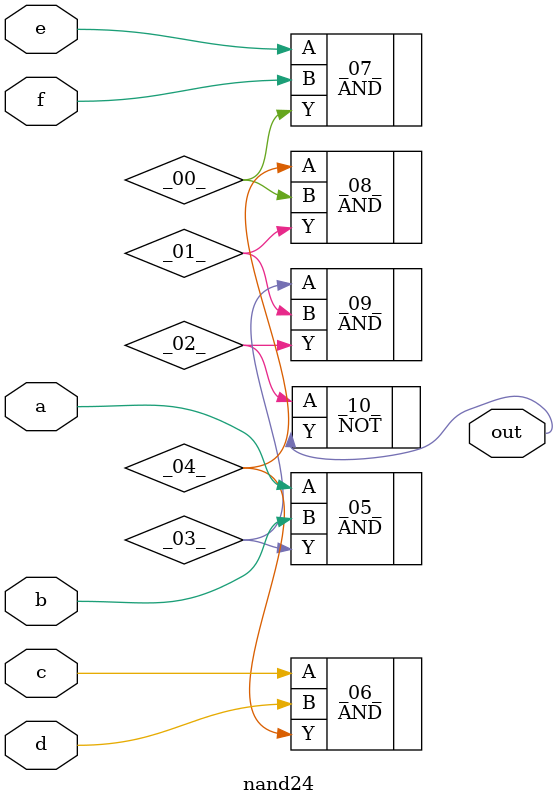
<source format=v>
/* Generated by Yosys 0.41+83 (git sha1 7045cf509, x86_64-w64-mingw32-g++ 13.2.1 -Os) */

/* cells_not_processed =  1  */
/* src = "nand24.v:3.1-15.10" */
module nand24(a, b, c, d, e, f, out);
  wire _00_;
  wire _01_;
  wire _02_;
  wire _03_;
  wire _04_;
  /* src = "nand24.v:4.9-4.10" */
  input a;
  wire a;
  /* src = "nand24.v:5.9-5.10" */
  input b;
  wire b;
  /* src = "nand24.v:6.9-6.10" */
  input c;
  wire c;
  /* src = "nand24.v:7.9-7.10" */
  input d;
  wire d;
  /* src = "nand24.v:8.9-8.10" */
  input e;
  wire e;
  /* src = "nand24.v:9.9-9.10" */
  input f;
  wire f;
  /* src = "nand24.v:10.10-10.13" */
  output out;
  wire out;
  AND _05_ (
    .A(a),
    .B(b),
    .Y(_03_)
  );
  AND _06_ (
    .A(c),
    .B(d),
    .Y(_04_)
  );
  AND _07_ (
    .A(e),
    .B(f),
    .Y(_00_)
  );
  AND _08_ (
    .A(_04_),
    .B(_00_),
    .Y(_01_)
  );
  AND _09_ (
    .A(_03_),
    .B(_01_),
    .Y(_02_)
  );
  NOT _10_ (
    .A(_02_),
    .Y(out)
  );
endmodule

</source>
